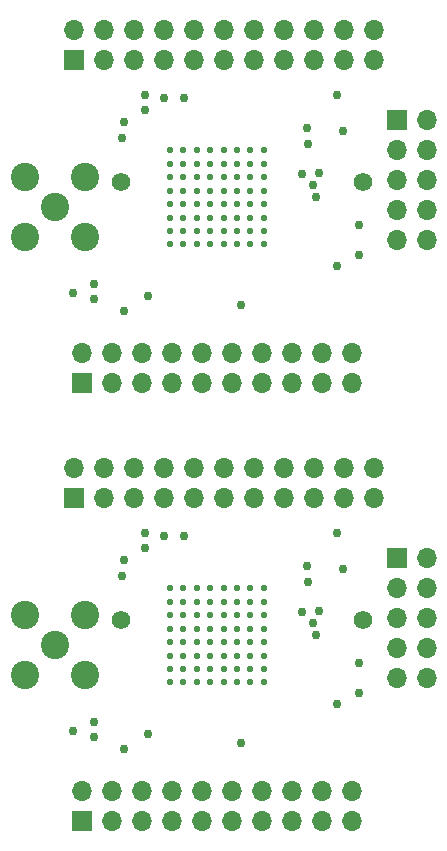
<source format=gbs>
G04 #@! TF.GenerationSoftware,KiCad,Pcbnew,(5.1.6)-1*
G04 #@! TF.CreationDate,2021-09-12T23:36:55-07:00*
G04 #@! TF.ProjectId,sulu_ldo_and_reg_panel,73756c75-5f6c-4646-9f5f-616e645f7265,rev?*
G04 #@! TF.SameCoordinates,Original*
G04 #@! TF.FileFunction,Soldermask,Bot*
G04 #@! TF.FilePolarity,Negative*
%FSLAX46Y46*%
G04 Gerber Fmt 4.6, Leading zero omitted, Abs format (unit mm)*
G04 Created by KiCad (PCBNEW (5.1.6)-1) date 2021-09-12 23:36:55*
%MOMM*%
%LPD*%
G01*
G04 APERTURE LIST*
%ADD10C,1.574800*%
%ADD11C,2.400000*%
%ADD12R,1.700000X1.700000*%
%ADD13O,1.700000X1.700000*%
%ADD14C,0.762000*%
%ADD15C,0.568750*%
G04 APERTURE END LIST*
D10*
G04 #@! TO.C,B1*
X98729800Y-64770000D03*
X78232000Y-64770000D03*
G04 #@! TD*
D11*
G04 #@! TO.C,J4*
X75184000Y-69469000D03*
X70104000Y-69469000D03*
X75184000Y-64389000D03*
X70104000Y-64389000D03*
X72644000Y-66929000D03*
G04 #@! TD*
D12*
G04 #@! TO.C,J1*
X74295000Y-54483000D03*
D13*
X74295000Y-51943000D03*
X76835000Y-54483000D03*
X76835000Y-51943000D03*
X79375000Y-54483000D03*
X79375000Y-51943000D03*
X81915000Y-54483000D03*
X81915000Y-51943000D03*
X84455000Y-54483000D03*
X84455000Y-51943000D03*
X86995000Y-54483000D03*
X86995000Y-51943000D03*
X89535000Y-54483000D03*
X89535000Y-51943000D03*
X92075000Y-54483000D03*
X92075000Y-51943000D03*
X94615000Y-54483000D03*
X94615000Y-51943000D03*
X97155000Y-54483000D03*
X97155000Y-51943000D03*
X99695000Y-54483000D03*
X99695000Y-51943000D03*
G04 #@! TD*
G04 #@! TO.C,J3*
X104140000Y-69723000D03*
X101600000Y-69723000D03*
X104140000Y-67183000D03*
X101600000Y-67183000D03*
X104140000Y-64643000D03*
X101600000Y-64643000D03*
X104140000Y-62103000D03*
X101600000Y-62103000D03*
X104140000Y-59563000D03*
D12*
X101600000Y-59563000D03*
G04 #@! TD*
D14*
G04 #@! TO.C,J21*
X98425000Y-68453000D03*
G04 #@! TD*
G04 #@! TO.C,J20*
X93980000Y-60198000D03*
G04 #@! TD*
G04 #@! TO.C,J19*
X83566000Y-57658000D03*
G04 #@! TD*
G04 #@! TO.C,J18*
X81915000Y-57658000D03*
G04 #@! TD*
G04 #@! TO.C,J14*
X80264000Y-57404000D03*
G04 #@! TD*
G04 #@! TO.C,J12*
X75946000Y-74676000D03*
G04 #@! TD*
G04 #@! TO.C,J17*
X98425000Y-70993000D03*
G04 #@! TD*
G04 #@! TO.C,J16*
X94996000Y-64008000D03*
G04 #@! TD*
G04 #@! TO.C,J15*
X93599000Y-64135000D03*
G04 #@! TD*
G04 #@! TO.C,J13*
X78486000Y-75692000D03*
G04 #@! TD*
G04 #@! TO.C,J11*
X75946000Y-73406000D03*
G04 #@! TD*
G04 #@! TO.C,J10*
X94488000Y-65024000D03*
G04 #@! TD*
G04 #@! TO.C,J9*
X94742000Y-66040000D03*
G04 #@! TD*
G04 #@! TO.C,J8*
X78359000Y-61087000D03*
G04 #@! TD*
G04 #@! TO.C,J7*
X78486000Y-59690000D03*
G04 #@! TD*
G04 #@! TO.C,J6*
X80264000Y-58674000D03*
G04 #@! TD*
G04 #@! TO.C,J5*
X94107000Y-61595000D03*
G04 #@! TD*
G04 #@! TO.C,GND6*
X96520000Y-57404000D03*
G04 #@! TD*
G04 #@! TO.C,GND5*
X96520000Y-71882000D03*
G04 #@! TD*
G04 #@! TO.C,GND4*
X97028000Y-60452000D03*
G04 #@! TD*
G04 #@! TO.C,GND3*
X80518000Y-74422000D03*
G04 #@! TD*
G04 #@! TO.C,GND2*
X74168000Y-74168000D03*
G04 #@! TD*
G04 #@! TO.C,GND1*
X88392000Y-75184000D03*
G04 #@! TD*
D13*
G04 #@! TO.C,J2*
X97790000Y-79248000D03*
X97790000Y-81788000D03*
X95250000Y-79248000D03*
X95250000Y-81788000D03*
X92710000Y-79248000D03*
X92710000Y-81788000D03*
X90170000Y-79248000D03*
X90170000Y-81788000D03*
X87630000Y-79248000D03*
X87630000Y-81788000D03*
X85090000Y-79248000D03*
X85090000Y-81788000D03*
X82550000Y-79248000D03*
X82550000Y-81788000D03*
X80010000Y-79248000D03*
X80010000Y-81788000D03*
X77470000Y-79248000D03*
X77470000Y-81788000D03*
X74930000Y-79248000D03*
D12*
X74930000Y-81788000D03*
G04 #@! TD*
D15*
G04 #@! TO.C,U1*
X90341250Y-70079250D03*
X90341250Y-68941750D03*
X90341250Y-67804250D03*
X90341250Y-66666750D03*
X90341250Y-65529250D03*
X90341250Y-64391750D03*
X90341250Y-63254250D03*
X90341250Y-62116750D03*
X89203750Y-70079250D03*
X89203750Y-68941750D03*
X89203750Y-67804250D03*
X89203750Y-66666750D03*
X89203750Y-65529250D03*
X89203750Y-64391750D03*
X89203750Y-63254250D03*
X89203750Y-62116750D03*
X88066250Y-70079250D03*
X88066250Y-68941750D03*
X88066250Y-67804250D03*
X88066250Y-66666750D03*
X88066250Y-65529250D03*
X88066250Y-64391750D03*
X88066250Y-63254250D03*
X88066250Y-62116750D03*
X86928750Y-70079250D03*
X86928750Y-68941750D03*
X86928750Y-67804250D03*
X86928750Y-66666750D03*
X86928750Y-65529250D03*
X86928750Y-64391750D03*
X86928750Y-63254250D03*
X86928750Y-62116750D03*
X85791250Y-70079250D03*
X85791250Y-68941750D03*
X85791250Y-67804250D03*
X85791250Y-66666750D03*
X85791250Y-65529250D03*
X85791250Y-64391750D03*
X85791250Y-63254250D03*
X85791250Y-62116750D03*
X84653750Y-70079250D03*
X84653750Y-68941750D03*
X84653750Y-67804250D03*
X84653750Y-66666750D03*
X84653750Y-65529250D03*
X84653750Y-64391750D03*
X84653750Y-63254250D03*
X84653750Y-62116750D03*
X83516250Y-70079250D03*
X83516250Y-68941750D03*
X83516250Y-67804250D03*
X83516250Y-66666750D03*
X83516250Y-65529250D03*
X83516250Y-64391750D03*
X83516250Y-63254250D03*
X83516250Y-62116750D03*
X82378750Y-70079250D03*
X82378750Y-68941750D03*
X82378750Y-67804250D03*
X82378750Y-66666750D03*
X82378750Y-65529250D03*
X82378750Y-64391750D03*
X82378750Y-63254250D03*
X82378750Y-62116750D03*
G04 #@! TD*
D11*
G04 #@! TO.C,J4*
X72644000Y-104013000D03*
X70104000Y-101473000D03*
X75184000Y-101473000D03*
X70104000Y-106553000D03*
X75184000Y-106553000D03*
G04 #@! TD*
D10*
G04 #@! TO.C,B1*
X98729800Y-101854000D03*
X78232000Y-101854000D03*
G04 #@! TD*
D12*
G04 #@! TO.C,J1*
X74295000Y-91567000D03*
D13*
X74295000Y-89027000D03*
X76835000Y-91567000D03*
X76835000Y-89027000D03*
X79375000Y-91567000D03*
X79375000Y-89027000D03*
X81915000Y-91567000D03*
X81915000Y-89027000D03*
X84455000Y-91567000D03*
X84455000Y-89027000D03*
X86995000Y-91567000D03*
X86995000Y-89027000D03*
X89535000Y-91567000D03*
X89535000Y-89027000D03*
X92075000Y-91567000D03*
X92075000Y-89027000D03*
X94615000Y-91567000D03*
X94615000Y-89027000D03*
X97155000Y-91567000D03*
X97155000Y-89027000D03*
X99695000Y-91567000D03*
X99695000Y-89027000D03*
G04 #@! TD*
G04 #@! TO.C,J3*
X104140000Y-106807000D03*
X101600000Y-106807000D03*
X104140000Y-104267000D03*
X101600000Y-104267000D03*
X104140000Y-101727000D03*
X101600000Y-101727000D03*
X104140000Y-99187000D03*
X101600000Y-99187000D03*
X104140000Y-96647000D03*
D12*
X101600000Y-96647000D03*
G04 #@! TD*
D14*
G04 #@! TO.C,J21*
X98425000Y-105537000D03*
G04 #@! TD*
G04 #@! TO.C,J20*
X93980000Y-97282000D03*
G04 #@! TD*
G04 #@! TO.C,J19*
X83566000Y-94742000D03*
G04 #@! TD*
G04 #@! TO.C,J18*
X81915000Y-94742000D03*
G04 #@! TD*
G04 #@! TO.C,J14*
X80264000Y-94488000D03*
G04 #@! TD*
G04 #@! TO.C,J12*
X75946000Y-111760000D03*
G04 #@! TD*
G04 #@! TO.C,J17*
X98425000Y-108077000D03*
G04 #@! TD*
G04 #@! TO.C,J16*
X94996000Y-101092000D03*
G04 #@! TD*
G04 #@! TO.C,J15*
X93599000Y-101219000D03*
G04 #@! TD*
G04 #@! TO.C,J13*
X78486000Y-112776000D03*
G04 #@! TD*
G04 #@! TO.C,J11*
X75946000Y-110490000D03*
G04 #@! TD*
G04 #@! TO.C,J10*
X94488000Y-102108000D03*
G04 #@! TD*
G04 #@! TO.C,J9*
X94742000Y-103124000D03*
G04 #@! TD*
G04 #@! TO.C,J8*
X78359000Y-98171000D03*
G04 #@! TD*
G04 #@! TO.C,J7*
X78486000Y-96774000D03*
G04 #@! TD*
G04 #@! TO.C,J6*
X80264000Y-95758000D03*
G04 #@! TD*
G04 #@! TO.C,J5*
X94107000Y-98679000D03*
G04 #@! TD*
G04 #@! TO.C,GND6*
X96520000Y-94488000D03*
G04 #@! TD*
G04 #@! TO.C,GND5*
X96520000Y-108966000D03*
G04 #@! TD*
G04 #@! TO.C,GND4*
X97028000Y-97536000D03*
G04 #@! TD*
G04 #@! TO.C,GND3*
X80518000Y-111506000D03*
G04 #@! TD*
G04 #@! TO.C,GND2*
X74168000Y-111252000D03*
G04 #@! TD*
G04 #@! TO.C,GND1*
X88392000Y-112268000D03*
G04 #@! TD*
D13*
G04 #@! TO.C,J2*
X97790000Y-116332000D03*
X97790000Y-118872000D03*
X95250000Y-116332000D03*
X95250000Y-118872000D03*
X92710000Y-116332000D03*
X92710000Y-118872000D03*
X90170000Y-116332000D03*
X90170000Y-118872000D03*
X87630000Y-116332000D03*
X87630000Y-118872000D03*
X85090000Y-116332000D03*
X85090000Y-118872000D03*
X82550000Y-116332000D03*
X82550000Y-118872000D03*
X80010000Y-116332000D03*
X80010000Y-118872000D03*
X77470000Y-116332000D03*
X77470000Y-118872000D03*
X74930000Y-116332000D03*
D12*
X74930000Y-118872000D03*
G04 #@! TD*
D15*
G04 #@! TO.C,U1*
X90341250Y-107163250D03*
X90341250Y-106025750D03*
X90341250Y-104888250D03*
X90341250Y-103750750D03*
X90341250Y-102613250D03*
X90341250Y-101475750D03*
X90341250Y-100338250D03*
X90341250Y-99200750D03*
X89203750Y-107163250D03*
X89203750Y-106025750D03*
X89203750Y-104888250D03*
X89203750Y-103750750D03*
X89203750Y-102613250D03*
X89203750Y-101475750D03*
X89203750Y-100338250D03*
X89203750Y-99200750D03*
X88066250Y-107163250D03*
X88066250Y-106025750D03*
X88066250Y-104888250D03*
X88066250Y-103750750D03*
X88066250Y-102613250D03*
X88066250Y-101475750D03*
X88066250Y-100338250D03*
X88066250Y-99200750D03*
X86928750Y-107163250D03*
X86928750Y-106025750D03*
X86928750Y-104888250D03*
X86928750Y-103750750D03*
X86928750Y-102613250D03*
X86928750Y-101475750D03*
X86928750Y-100338250D03*
X86928750Y-99200750D03*
X85791250Y-107163250D03*
X85791250Y-106025750D03*
X85791250Y-104888250D03*
X85791250Y-103750750D03*
X85791250Y-102613250D03*
X85791250Y-101475750D03*
X85791250Y-100338250D03*
X85791250Y-99200750D03*
X84653750Y-107163250D03*
X84653750Y-106025750D03*
X84653750Y-104888250D03*
X84653750Y-103750750D03*
X84653750Y-102613250D03*
X84653750Y-101475750D03*
X84653750Y-100338250D03*
X84653750Y-99200750D03*
X83516250Y-107163250D03*
X83516250Y-106025750D03*
X83516250Y-104888250D03*
X83516250Y-103750750D03*
X83516250Y-102613250D03*
X83516250Y-101475750D03*
X83516250Y-100338250D03*
X83516250Y-99200750D03*
X82378750Y-107163250D03*
X82378750Y-106025750D03*
X82378750Y-104888250D03*
X82378750Y-103750750D03*
X82378750Y-102613250D03*
X82378750Y-101475750D03*
X82378750Y-100338250D03*
X82378750Y-99200750D03*
G04 #@! TD*
M02*

</source>
